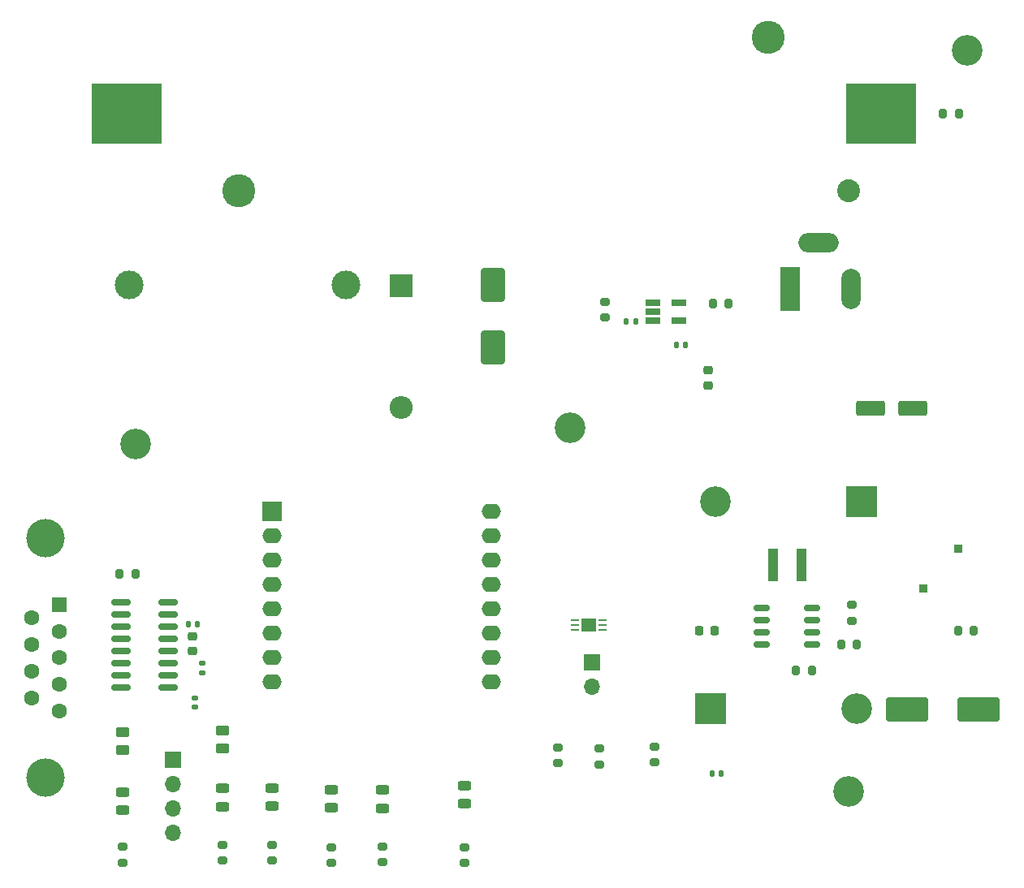
<source format=gts>
G04 #@! TF.GenerationSoftware,KiCad,Pcbnew,(7.0.0-0)*
G04 #@! TF.CreationDate,2023-11-01T15:02:25+02:00*
G04 #@! TF.ProjectId,Untitled,556e7469-746c-4656-942e-6b696361645f,rev?*
G04 #@! TF.SameCoordinates,Original*
G04 #@! TF.FileFunction,Soldermask,Top*
G04 #@! TF.FilePolarity,Negative*
%FSLAX46Y46*%
G04 Gerber Fmt 4.6, Leading zero omitted, Abs format (unit mm)*
G04 Created by KiCad (PCBNEW (7.0.0-0)) date 2023-11-01 15:02:25*
%MOMM*%
%LPD*%
G01*
G04 APERTURE LIST*
G04 Aperture macros list*
%AMRoundRect*
0 Rectangle with rounded corners*
0 $1 Rounding radius*
0 $2 $3 $4 $5 $6 $7 $8 $9 X,Y pos of 4 corners*
0 Add a 4 corners polygon primitive as box body*
4,1,4,$2,$3,$4,$5,$6,$7,$8,$9,$2,$3,0*
0 Add four circle primitives for the rounded corners*
1,1,$1+$1,$2,$3*
1,1,$1+$1,$4,$5*
1,1,$1+$1,$6,$7*
1,1,$1+$1,$8,$9*
0 Add four rect primitives between the rounded corners*
20,1,$1+$1,$2,$3,$4,$5,0*
20,1,$1+$1,$4,$5,$6,$7,0*
20,1,$1+$1,$6,$7,$8,$9,0*
20,1,$1+$1,$8,$9,$2,$3,0*%
G04 Aperture macros list end*
%ADD10R,1.700000X1.700000*%
%ADD11O,1.700000X1.700000*%
%ADD12RoundRect,0.225000X-0.250000X0.225000X-0.250000X-0.225000X0.250000X-0.225000X0.250000X0.225000X0*%
%ADD13RoundRect,0.243750X0.456250X-0.243750X0.456250X0.243750X-0.456250X0.243750X-0.456250X-0.243750X0*%
%ADD14RoundRect,0.200000X-0.275000X0.200000X-0.275000X-0.200000X0.275000X-0.200000X0.275000X0.200000X0*%
%ADD15RoundRect,0.200000X0.275000X-0.200000X0.275000X0.200000X-0.275000X0.200000X-0.275000X-0.200000X0*%
%ADD16RoundRect,0.062500X0.350000X0.062500X-0.350000X0.062500X-0.350000X-0.062500X0.350000X-0.062500X0*%
%ADD17R,1.650000X1.350000*%
%ADD18R,3.200000X3.200000*%
%ADD19O,3.200000X3.200000*%
%ADD20RoundRect,0.225000X0.225000X0.250000X-0.225000X0.250000X-0.225000X-0.250000X0.225000X-0.250000X0*%
%ADD21RoundRect,0.150000X0.825000X0.150000X-0.825000X0.150000X-0.825000X-0.150000X0.825000X-0.150000X0*%
%ADD22RoundRect,0.250000X0.450000X-0.262500X0.450000X0.262500X-0.450000X0.262500X-0.450000X-0.262500X0*%
%ADD23C,2.390000*%
%ADD24C,3.450000*%
%ADD25R,7.340000X6.350000*%
%ADD26R,2.000000X2.000000*%
%ADD27O,2.000000X1.600000*%
%ADD28RoundRect,0.110000X0.440000X1.590000X-0.440000X1.590000X-0.440000X-1.590000X0.440000X-1.590000X0*%
%ADD29RoundRect,0.140000X0.170000X-0.140000X0.170000X0.140000X-0.170000X0.140000X-0.170000X-0.140000X0*%
%ADD30R,0.850000X0.850000*%
%ADD31RoundRect,0.140000X0.140000X0.170000X-0.140000X0.170000X-0.140000X-0.170000X0.140000X-0.170000X0*%
%ADD32RoundRect,0.200000X-0.200000X-0.275000X0.200000X-0.275000X0.200000X0.275000X-0.200000X0.275000X0*%
%ADD33RoundRect,0.140000X-0.140000X-0.170000X0.140000X-0.170000X0.140000X0.170000X-0.140000X0.170000X0*%
%ADD34C,3.200000*%
%ADD35RoundRect,0.250000X-1.000000X1.500000X-1.000000X-1.500000X1.000000X-1.500000X1.000000X1.500000X0*%
%ADD36R,1.560000X0.650000*%
%ADD37RoundRect,0.200000X0.200000X0.275000X-0.200000X0.275000X-0.200000X-0.275000X0.200000X-0.275000X0*%
%ADD38RoundRect,0.225000X0.250000X-0.225000X0.250000X0.225000X-0.250000X0.225000X-0.250000X-0.225000X0*%
%ADD39C,4.000000*%
%ADD40R,1.600000X1.600000*%
%ADD41C,1.600000*%
%ADD42R,2.400000X2.400000*%
%ADD43O,2.400000X2.400000*%
%ADD44RoundRect,0.150000X-0.675000X-0.150000X0.675000X-0.150000X0.675000X0.150000X-0.675000X0.150000X0*%
%ADD45RoundRect,0.250000X1.250000X0.550000X-1.250000X0.550000X-1.250000X-0.550000X1.250000X-0.550000X0*%
%ADD46R,2.000000X4.600000*%
%ADD47O,2.000000X4.200000*%
%ADD48O,4.200000X2.000000*%
%ADD49RoundRect,0.250000X-1.950000X-1.000000X1.950000X-1.000000X1.950000X1.000000X-1.950000X1.000000X0*%
%ADD50C,3.000000*%
G04 APERTURE END LIST*
D10*
X152779999Y-92644999D03*
D11*
X152779999Y-95184999D03*
D10*
X109099999Y-102799999D03*
D11*
X109099999Y-105339999D03*
X109099999Y-107879999D03*
X109099999Y-110419999D03*
D12*
X164900000Y-62225000D03*
X164900000Y-63775000D03*
D13*
X119500000Y-107677500D03*
X119500000Y-105802500D03*
D14*
X103900000Y-111925500D03*
X103900000Y-113575500D03*
X139500000Y-111949000D03*
X139500000Y-113599000D03*
D15*
X154150000Y-56712000D03*
X154150000Y-55062000D03*
D14*
X125600000Y-111935000D03*
X125600000Y-113585000D03*
D15*
X149241000Y-103188000D03*
X149241000Y-101538000D03*
D16*
X153882500Y-89252000D03*
X153882500Y-88752000D03*
X153882500Y-88252000D03*
X151007500Y-88252000D03*
X151007500Y-88752000D03*
X151007500Y-89252000D03*
D17*
X152444999Y-88751999D03*
D18*
X165179999Y-97499999D03*
D19*
X180419999Y-97499999D03*
D20*
X165576000Y-89366000D03*
X164026000Y-89366000D03*
D21*
X108647000Y-95312000D03*
X108647000Y-94042000D03*
X108647000Y-92772000D03*
X108647000Y-91502000D03*
X108647000Y-90232000D03*
X108647000Y-88962000D03*
X108647000Y-87692000D03*
X108647000Y-86422000D03*
X103697000Y-86422000D03*
X103697000Y-87692000D03*
X103697000Y-88962000D03*
X103697000Y-90232000D03*
X103697000Y-91502000D03*
X103697000Y-92772000D03*
X103697000Y-94042000D03*
X103697000Y-95312000D03*
D22*
X103900000Y-101812500D03*
X103900000Y-99987500D03*
D23*
X179541600Y-43458400D03*
D24*
X171211600Y-27458400D03*
X116011600Y-43458400D03*
D25*
X182941599Y-35458399D03*
X104281599Y-35458399D03*
D26*
X119499999Y-76899999D03*
D27*
X119499999Y-79439999D03*
X119499999Y-81979999D03*
X119499999Y-84519999D03*
X119499999Y-87059999D03*
X119499999Y-89599999D03*
X119499999Y-92139999D03*
X119499999Y-94679999D03*
X142359999Y-94679999D03*
X142359999Y-92139999D03*
X142359999Y-89599999D03*
X142359999Y-87059999D03*
X142359999Y-84519999D03*
X142359999Y-81979999D03*
X142359999Y-79439999D03*
X142359999Y-76899999D03*
D13*
X131000000Y-107877500D03*
X131000000Y-106002500D03*
D15*
X159300000Y-103125000D03*
X159300000Y-101475000D03*
D28*
X174700000Y-82500000D03*
X171700000Y-82500000D03*
D29*
X112203000Y-93732000D03*
X112203000Y-92772000D03*
D13*
X139500000Y-107440000D03*
X139500000Y-105565000D03*
D30*
X187399999Y-84999999D03*
D31*
X157350000Y-57112000D03*
X156390000Y-57112000D03*
D32*
X165425000Y-55212000D03*
X167075000Y-55212000D03*
D33*
X110707000Y-88708000D03*
X111667000Y-88708000D03*
D34*
X191960000Y-28790000D03*
D33*
X161600000Y-59600000D03*
X162560000Y-59600000D03*
D14*
X114296000Y-111703500D03*
X114296000Y-113353500D03*
D15*
X153600000Y-103300000D03*
X153600000Y-101650000D03*
D18*
X180919999Y-75899999D03*
D19*
X165679999Y-75899999D03*
D35*
X142500000Y-53292500D03*
X142500000Y-59792500D03*
D36*
X159149999Y-55149999D03*
X159149999Y-56099999D03*
X159149999Y-57049999D03*
X161849999Y-57049999D03*
X161849999Y-55149999D03*
D13*
X114296000Y-107702500D03*
X114296000Y-105827500D03*
X103900000Y-108100000D03*
X103900000Y-106225000D03*
D37*
X191050000Y-35400000D03*
X189400000Y-35400000D03*
D14*
X119500000Y-111694000D03*
X119500000Y-113344000D03*
D13*
X125600000Y-107840000D03*
X125600000Y-105965000D03*
D38*
X111187000Y-91515000D03*
X111187000Y-89965000D03*
D39*
X95859531Y-79703200D03*
X95859531Y-104703200D03*
D40*
X97279530Y-86663199D03*
D41*
X97279531Y-89433200D03*
X97279531Y-92203200D03*
X97279531Y-94973200D03*
X97279531Y-97743200D03*
X94439531Y-88048200D03*
X94439531Y-90818200D03*
X94439531Y-93588200D03*
X94439531Y-96358200D03*
D15*
X179920000Y-88325000D03*
X179920000Y-86675000D03*
D37*
X192625000Y-89400000D03*
X190975000Y-89400000D03*
D32*
X178775000Y-90800000D03*
X180425000Y-90800000D03*
D42*
X132899999Y-53349999D03*
D43*
X132899999Y-66049999D03*
D34*
X179600000Y-106090000D03*
X105200000Y-69900000D03*
D44*
X170495000Y-86995000D03*
X170495000Y-88265000D03*
X170495000Y-89535000D03*
X170495000Y-90805000D03*
X175745000Y-90805000D03*
X175745000Y-89535000D03*
X175745000Y-88265000D03*
X175745000Y-86995000D03*
D15*
X131000000Y-113528500D03*
X131000000Y-111878500D03*
D45*
X186300000Y-66200000D03*
X181900000Y-66200000D03*
D34*
X150540000Y-68230000D03*
D32*
X174095000Y-93500000D03*
X175745000Y-93500000D03*
D46*
X173499999Y-53699999D03*
D47*
X179799999Y-53699999D03*
D48*
X176399999Y-48899999D03*
D49*
X185700000Y-97600000D03*
X193100000Y-97600000D03*
D33*
X165320000Y-104300000D03*
X166280000Y-104300000D03*
D22*
X114300000Y-101625000D03*
X114300000Y-99800000D03*
D50*
X104524000Y-53340000D03*
X127124000Y-53340000D03*
D32*
X103575000Y-83440000D03*
X105225000Y-83440000D03*
D30*
X190999999Y-80799999D03*
D29*
X111380000Y-97320000D03*
X111380000Y-96360000D03*
M02*

</source>
